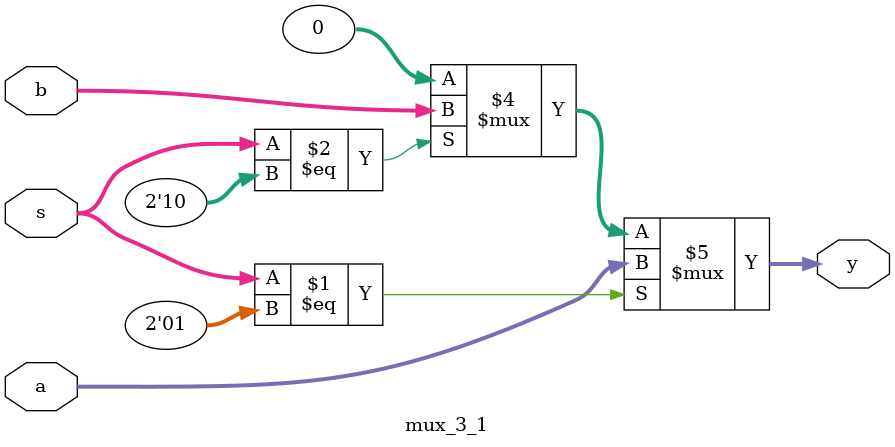
<source format=v>
module mux_2_1 (a,b,s,y);

    input [31:0]a,b;
    input s;
    output [31:0] y;

    assign y = (~s) ? a : b ;
endmodule

module mux_3_1 (a,b,s,y);

input [31:0] a,b;
input [1:0] s;
output [31:0] y;

assign y = (s==2'b01)? a : (s==2'b10) ? b: 1'b0;
endmodule
</source>
